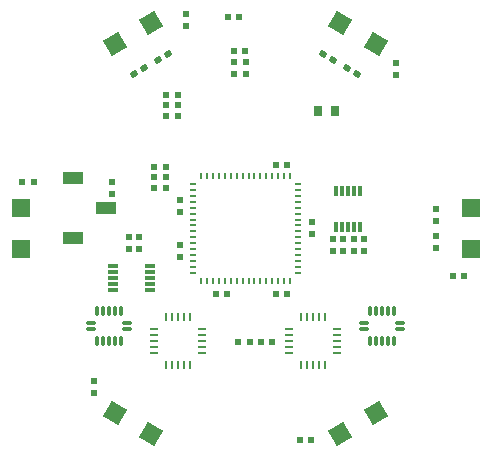
<source format=gbp>
G04 Layer_Color=128*
%FSLAX25Y25*%
%MOIN*%
G70*
G01*
G75*
%ADD12P,0.08352X4X165.0*%
%ADD13R,0.05906X0.05906*%
%ADD14P,0.08352X4X285.0*%
%ADD25R,0.02362X0.01969*%
%ADD26R,0.01969X0.02362*%
G04:AMPARAMS|DCode=29|XSize=19.69mil|YSize=23.62mil|CornerRadius=0mil|HoleSize=0mil|Usage=FLASHONLY|Rotation=60.000|XOffset=0mil|YOffset=0mil|HoleType=Round|Shape=Rectangle|*
%AMROTATEDRECTD29*
4,1,4,0.00531,-0.01443,-0.01515,-0.00262,-0.00531,0.01443,0.01515,0.00262,0.00531,-0.01443,0.0*
%
%ADD29ROTATEDRECTD29*%

G04:AMPARAMS|DCode=30|XSize=19.69mil|YSize=23.62mil|CornerRadius=0mil|HoleSize=0mil|Usage=FLASHONLY|Rotation=120.000|XOffset=0mil|YOffset=0mil|HoleType=Round|Shape=Rectangle|*
%AMROTATEDRECTD30*
4,1,4,0.01515,-0.00262,-0.00531,-0.01443,-0.01515,0.00262,0.00531,0.01443,0.01515,-0.00262,0.0*
%
%ADD30ROTATEDRECTD30*%

%ADD31R,0.03150X0.03543*%
%ADD56O,0.02559X0.00984*%
%ADD57O,0.00984X0.02559*%
%ADD58O,0.03150X0.00984*%
%ADD59O,0.00984X0.03150*%
%ADD60R,0.03347X0.01181*%
%ADD61R,0.01181X0.03347*%
%ADD62R,0.06890X0.03937*%
%ADD63O,0.01181X0.03347*%
%ADD64O,0.03347X0.01181*%
D12*
X50966Y150897D02*
D03*
X39033Y144007D02*
D03*
X114034Y14103D02*
D03*
X125967Y20993D02*
D03*
D13*
X7500Y89389D02*
D03*
Y75610D02*
D03*
X157500Y75611D02*
D03*
Y89390D02*
D03*
D14*
X39033Y20993D02*
D03*
X50967Y14103D02*
D03*
X125967Y144008D02*
D03*
X114033Y150897D02*
D03*
D25*
X80468Y153000D02*
D03*
X76531D02*
D03*
X82468Y141500D02*
D03*
X78531D02*
D03*
X59969Y127000D02*
D03*
X56032D02*
D03*
X59969Y120000D02*
D03*
X56032D02*
D03*
X55968Y99500D02*
D03*
X52031D02*
D03*
X55968Y96000D02*
D03*
X52031D02*
D03*
X83969Y44500D02*
D03*
X80032D02*
D03*
X91469Y44500D02*
D03*
X87532D02*
D03*
X11969Y98000D02*
D03*
X8032D02*
D03*
X100531Y12000D02*
D03*
X104469D02*
D03*
X155468Y66500D02*
D03*
X151532D02*
D03*
X59969Y123500D02*
D03*
X56032D02*
D03*
X52031Y103000D02*
D03*
X55968D02*
D03*
X96469Y103500D02*
D03*
X92532D02*
D03*
X96469Y60500D02*
D03*
X92532D02*
D03*
X72531D02*
D03*
X76468D02*
D03*
D26*
X47000Y75532D02*
D03*
Y79469D02*
D03*
X43500D02*
D03*
Y75532D02*
D03*
X111500Y78969D02*
D03*
Y75032D02*
D03*
X115000D02*
D03*
Y78969D02*
D03*
X118500D02*
D03*
Y75032D02*
D03*
X122000D02*
D03*
Y78969D02*
D03*
X78500Y137969D02*
D03*
Y134031D02*
D03*
X38000Y97969D02*
D03*
Y94032D02*
D03*
X62500Y153969D02*
D03*
Y150031D02*
D03*
X32000Y27531D02*
D03*
Y31468D02*
D03*
X132500Y133531D02*
D03*
Y137469D02*
D03*
X146000Y88968D02*
D03*
Y85031D02*
D03*
X82500Y134031D02*
D03*
Y137969D02*
D03*
X146000Y76032D02*
D03*
Y79969D02*
D03*
X60500Y91969D02*
D03*
Y88032D02*
D03*
Y73032D02*
D03*
Y76968D02*
D03*
X104500Y84469D02*
D03*
Y80532D02*
D03*
D29*
X111705Y138516D02*
D03*
X108295Y140484D02*
D03*
X116295Y135984D02*
D03*
X119705Y134016D02*
D03*
D30*
X45295D02*
D03*
X48705Y135984D02*
D03*
X53295Y138516D02*
D03*
X56705Y140484D02*
D03*
D31*
X106744Y121500D02*
D03*
X112256D02*
D03*
D56*
X64882Y97264D02*
D03*
Y95295D02*
D03*
Y93327D02*
D03*
Y91358D02*
D03*
Y89390D02*
D03*
Y87421D02*
D03*
Y85453D02*
D03*
Y83484D02*
D03*
Y81516D02*
D03*
Y79547D02*
D03*
Y77579D02*
D03*
Y75610D02*
D03*
Y73642D02*
D03*
Y71673D02*
D03*
Y69705D02*
D03*
Y67736D02*
D03*
X100118D02*
D03*
Y69705D02*
D03*
Y71673D02*
D03*
Y73642D02*
D03*
Y75610D02*
D03*
Y77579D02*
D03*
Y79547D02*
D03*
Y81516D02*
D03*
Y83484D02*
D03*
Y85453D02*
D03*
Y87421D02*
D03*
Y89390D02*
D03*
Y91358D02*
D03*
Y93327D02*
D03*
Y95295D02*
D03*
Y97264D02*
D03*
D57*
X67736Y64882D02*
D03*
X69705D02*
D03*
X71673D02*
D03*
X73642D02*
D03*
X75610D02*
D03*
X77579D02*
D03*
X79547D02*
D03*
X81516D02*
D03*
X83484D02*
D03*
X85453D02*
D03*
X87421D02*
D03*
X89390D02*
D03*
X91358D02*
D03*
X93327D02*
D03*
X95295D02*
D03*
X97264D02*
D03*
Y100118D02*
D03*
X95295D02*
D03*
X93327D02*
D03*
X91358D02*
D03*
X89390D02*
D03*
X87421D02*
D03*
X85453D02*
D03*
X83484D02*
D03*
X81516D02*
D03*
X79547D02*
D03*
X77579D02*
D03*
X75610D02*
D03*
X73642D02*
D03*
X71673D02*
D03*
X69705D02*
D03*
X67736D02*
D03*
D58*
X67874Y48937D02*
D03*
Y46968D02*
D03*
Y45000D02*
D03*
Y43031D02*
D03*
Y41063D02*
D03*
X52126D02*
D03*
Y43031D02*
D03*
Y45000D02*
D03*
Y46968D02*
D03*
Y48937D02*
D03*
X97126Y41063D02*
D03*
Y43031D02*
D03*
Y45000D02*
D03*
Y46968D02*
D03*
Y48937D02*
D03*
X112874D02*
D03*
Y46968D02*
D03*
Y45000D02*
D03*
Y43031D02*
D03*
Y41063D02*
D03*
D59*
X63937Y37126D02*
D03*
X61968D02*
D03*
X60000D02*
D03*
X58031D02*
D03*
X56063D02*
D03*
Y52874D02*
D03*
X58031D02*
D03*
X60000D02*
D03*
X61968D02*
D03*
X63937D02*
D03*
X101063Y52874D02*
D03*
X103032D02*
D03*
X105000D02*
D03*
X106968D02*
D03*
X108937D02*
D03*
Y37126D02*
D03*
X106968D02*
D03*
X105000D02*
D03*
X103032D02*
D03*
X101063D02*
D03*
D60*
X38398Y69937D02*
D03*
Y67968D02*
D03*
Y66000D02*
D03*
Y64031D02*
D03*
Y62063D02*
D03*
X50602D02*
D03*
Y64031D02*
D03*
Y66000D02*
D03*
Y67968D02*
D03*
Y69937D02*
D03*
D61*
X120637Y95002D02*
D03*
X118668D02*
D03*
X116700D02*
D03*
X114732D02*
D03*
X112763D02*
D03*
Y82798D02*
D03*
X114732D02*
D03*
X116700D02*
D03*
X118668D02*
D03*
X120637D02*
D03*
D62*
X24988Y99272D02*
D03*
X36012Y89429D02*
D03*
X24988Y79429D02*
D03*
D63*
X38969Y54921D02*
D03*
X35032D02*
D03*
X33063Y45079D02*
D03*
X35032D02*
D03*
X38969D02*
D03*
X40937D02*
D03*
X33063Y54921D02*
D03*
X40937D02*
D03*
X37000D02*
D03*
Y45079D02*
D03*
X126031D02*
D03*
X129969D02*
D03*
X131937Y54921D02*
D03*
X129969D02*
D03*
X126031D02*
D03*
X124063D02*
D03*
X131937Y45079D02*
D03*
X124063D02*
D03*
X128000D02*
D03*
Y54921D02*
D03*
D64*
X31095Y50984D02*
D03*
Y49016D02*
D03*
X42906D02*
D03*
Y50984D02*
D03*
X133905Y49016D02*
D03*
Y50984D02*
D03*
X122095D02*
D03*
Y49016D02*
D03*
M02*

</source>
